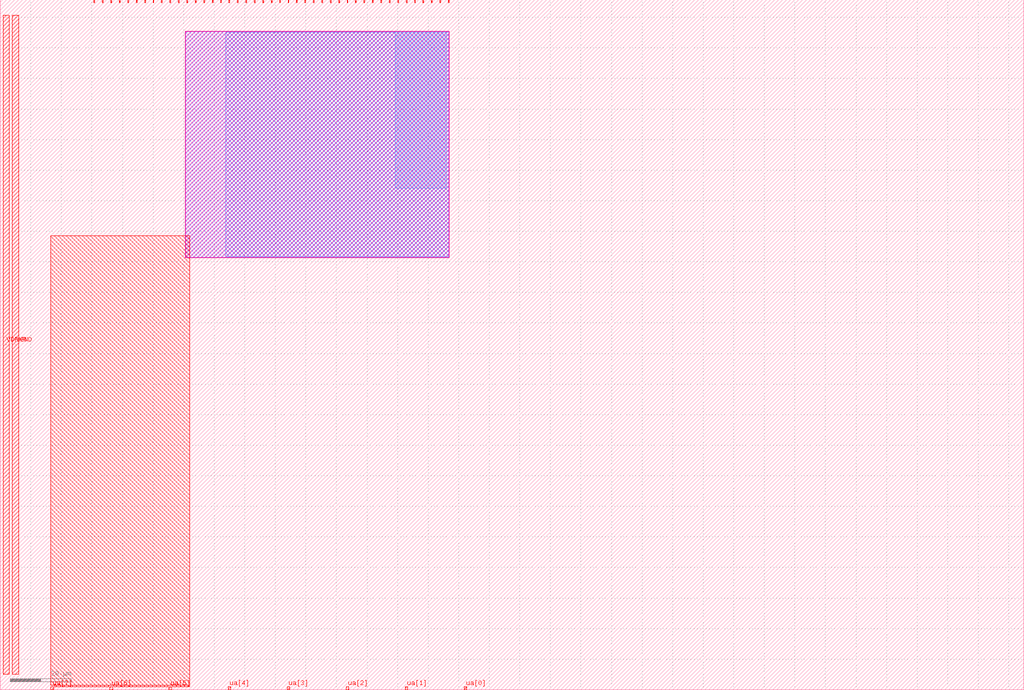
<source format=lef>
VERSION 5.7 ;
  NOWIREEXTENSIONATPIN ON ;
  DIVIDERCHAR "/" ;
  BUSBITCHARS "[]" ;
MACRO tt_um_tinyflash
  CLASS BLOCK ;
  FOREIGN tt_um_tinyflash ;
  ORIGIN 0.000 0.000 ;
  SIZE 334.880 BY 225.760 ;
  PIN clk
    DIRECTION INPUT ;
    USE SIGNAL ;
    PORT
      LAYER met4 ;
        RECT 143.830 224.760 144.130 225.760 ;
    END
  END clk
  PIN ena
    DIRECTION INPUT ;
    USE SIGNAL ;
    PORT
      LAYER met4 ;
        RECT 146.590 224.760 146.890 225.760 ;
    END
  END ena
  PIN rst_n
    DIRECTION INPUT ;
    USE SIGNAL ;
    PORT
      LAYER met4 ;
        RECT 141.070 224.760 141.370 225.760 ;
    END
  END rst_n
  PIN ua[0]
    DIRECTION INOUT ;
    USE SIGNAL ;
    PORT
      LAYER met4 ;
        RECT 151.810 0.000 152.710 1.000 ;
    END
  END ua[0]
  PIN ua[1]
    DIRECTION INOUT ;
    USE SIGNAL ;
    PORT
      LAYER met4 ;
        RECT 132.490 0.000 133.390 1.000 ;
    END
  END ua[1]
  PIN ua[2]
    DIRECTION INOUT ;
    USE SIGNAL ;
    PORT
      LAYER met4 ;
        RECT 113.170 0.000 114.070 1.000 ;
    END
  END ua[2]
  PIN ua[3]
    DIRECTION INOUT ;
    USE SIGNAL ;
    PORT
      LAYER met4 ;
        RECT 93.850 0.000 94.750 1.000 ;
    END
  END ua[3]
  PIN ua[4]
    DIRECTION INOUT ;
    USE SIGNAL ;
    PORT
      LAYER met4 ;
        RECT 74.530 0.000 75.430 1.000 ;
    END
  END ua[4]
  PIN ua[5]
    DIRECTION INOUT ;
    USE SIGNAL ;
    PORT
      LAYER met4 ;
        RECT 55.210 0.000 56.110 1.000 ;
    END
  END ua[5]
  PIN ua[6]
    DIRECTION INOUT ;
    USE SIGNAL ;
    PORT
      LAYER met4 ;
        RECT 35.890 0.000 36.790 1.000 ;
    END
  END ua[6]
  PIN ua[7]
    DIRECTION INOUT ;
    USE SIGNAL ;
    PORT
      LAYER met4 ;
        RECT 16.570 0.000 17.470 1.000 ;
    END
  END ua[7]
  PIN ui_in[0]
    DIRECTION INPUT ;
    USE SIGNAL ;
    PORT
      LAYER met4 ;
        RECT 138.310 224.760 138.610 225.760 ;
    END
  END ui_in[0]
  PIN ui_in[1]
    DIRECTION INPUT ;
    USE SIGNAL ;
    PORT
      LAYER met4 ;
        RECT 135.550 224.760 135.850 225.760 ;
    END
  END ui_in[1]
  PIN ui_in[2]
    DIRECTION INPUT ;
    USE SIGNAL ;
    PORT
      LAYER met4 ;
        RECT 132.790 224.760 133.090 225.760 ;
    END
  END ui_in[2]
  PIN ui_in[3]
    DIRECTION INPUT ;
    USE SIGNAL ;
    PORT
      LAYER met4 ;
        RECT 130.030 224.760 130.330 225.760 ;
    END
  END ui_in[3]
  PIN ui_in[4]
    DIRECTION INPUT ;
    USE SIGNAL ;
    PORT
      LAYER met4 ;
        RECT 127.270 224.760 127.570 225.760 ;
    END
  END ui_in[4]
  PIN ui_in[5]
    DIRECTION INPUT ;
    USE SIGNAL ;
    PORT
      LAYER met4 ;
        RECT 124.510 224.760 124.810 225.760 ;
    END
  END ui_in[5]
  PIN ui_in[6]
    DIRECTION INPUT ;
    USE SIGNAL ;
    PORT
      LAYER met4 ;
        RECT 121.750 224.760 122.050 225.760 ;
    END
  END ui_in[6]
  PIN ui_in[7]
    DIRECTION INPUT ;
    USE SIGNAL ;
    PORT
      LAYER met4 ;
        RECT 118.990 224.760 119.290 225.760 ;
    END
  END ui_in[7]
  PIN uio_in[0]
    DIRECTION INPUT ;
    USE SIGNAL ;
    PORT
      LAYER met4 ;
        RECT 116.230 224.760 116.530 225.760 ;
    END
  END uio_in[0]
  PIN uio_in[1]
    DIRECTION INPUT ;
    USE SIGNAL ;
    PORT
      LAYER met4 ;
        RECT 113.470 224.760 113.770 225.760 ;
    END
  END uio_in[1]
  PIN uio_in[2]
    DIRECTION INPUT ;
    USE SIGNAL ;
    PORT
      LAYER met4 ;
        RECT 110.710 224.760 111.010 225.760 ;
    END
  END uio_in[2]
  PIN uio_in[3]
    DIRECTION INPUT ;
    USE SIGNAL ;
    PORT
      LAYER met4 ;
        RECT 107.950 224.760 108.250 225.760 ;
    END
  END uio_in[3]
  PIN uio_in[4]
    DIRECTION INPUT ;
    USE SIGNAL ;
    PORT
      LAYER met4 ;
        RECT 105.190 224.760 105.490 225.760 ;
    END
  END uio_in[4]
  PIN uio_in[5]
    DIRECTION INPUT ;
    USE SIGNAL ;
    PORT
      LAYER met4 ;
        RECT 102.430 224.760 102.730 225.760 ;
    END
  END uio_in[5]
  PIN uio_in[6]
    DIRECTION INPUT ;
    USE SIGNAL ;
    PORT
      LAYER met4 ;
        RECT 99.670 224.760 99.970 225.760 ;
    END
  END uio_in[6]
  PIN uio_in[7]
    DIRECTION INPUT ;
    USE SIGNAL ;
    PORT
      LAYER met4 ;
        RECT 96.910 224.760 97.210 225.760 ;
    END
  END uio_in[7]
  PIN uio_oe[0]
    DIRECTION OUTPUT ;
    USE SIGNAL ;
    PORT
      LAYER met4 ;
        RECT 49.990 224.760 50.290 225.760 ;
    END
  END uio_oe[0]
  PIN uio_oe[1]
    DIRECTION OUTPUT ;
    USE SIGNAL ;
    PORT
      LAYER met4 ;
        RECT 47.230 224.760 47.530 225.760 ;
    END
  END uio_oe[1]
  PIN uio_oe[2]
    DIRECTION OUTPUT ;
    USE SIGNAL ;
    PORT
      LAYER met4 ;
        RECT 44.470 224.760 44.770 225.760 ;
    END
  END uio_oe[2]
  PIN uio_oe[3]
    DIRECTION OUTPUT ;
    USE SIGNAL ;
    PORT
      LAYER met4 ;
        RECT 41.710 224.760 42.010 225.760 ;
    END
  END uio_oe[3]
  PIN uio_oe[4]
    DIRECTION OUTPUT ;
    USE SIGNAL ;
    PORT
      LAYER met4 ;
        RECT 38.950 224.760 39.250 225.760 ;
    END
  END uio_oe[4]
  PIN uio_oe[5]
    DIRECTION OUTPUT ;
    USE SIGNAL ;
    PORT
      LAYER met4 ;
        RECT 36.190 224.760 36.490 225.760 ;
    END
  END uio_oe[5]
  PIN uio_oe[6]
    DIRECTION OUTPUT ;
    USE SIGNAL ;
    PORT
      LAYER met4 ;
        RECT 33.430 224.760 33.730 225.760 ;
    END
  END uio_oe[6]
  PIN uio_oe[7]
    DIRECTION OUTPUT ;
    USE SIGNAL ;
    PORT
      LAYER met4 ;
        RECT 30.670 224.760 30.970 225.760 ;
    END
  END uio_oe[7]
  PIN uio_out[0]
    DIRECTION OUTPUT ;
    USE SIGNAL ;
    PORT
      LAYER met4 ;
        RECT 72.070 224.760 72.370 225.760 ;
    END
  END uio_out[0]
  PIN uio_out[1]
    DIRECTION OUTPUT ;
    USE SIGNAL ;
    PORT
      LAYER met4 ;
        RECT 69.310 224.760 69.610 225.760 ;
    END
  END uio_out[1]
  PIN uio_out[2]
    DIRECTION OUTPUT ;
    USE SIGNAL ;
    PORT
      LAYER met4 ;
        RECT 66.550 224.760 66.850 225.760 ;
    END
  END uio_out[2]
  PIN uio_out[3]
    DIRECTION OUTPUT ;
    USE SIGNAL ;
    PORT
      LAYER met4 ;
        RECT 63.790 224.760 64.090 225.760 ;
    END
  END uio_out[3]
  PIN uio_out[4]
    DIRECTION OUTPUT ;
    USE SIGNAL ;
    PORT
      LAYER met4 ;
        RECT 61.030 224.760 61.330 225.760 ;
    END
  END uio_out[4]
  PIN uio_out[5]
    DIRECTION OUTPUT ;
    USE SIGNAL ;
    PORT
      LAYER met4 ;
        RECT 58.270 224.760 58.570 225.760 ;
    END
  END uio_out[5]
  PIN uio_out[6]
    DIRECTION OUTPUT ;
    USE SIGNAL ;
    PORT
      LAYER met4 ;
        RECT 55.510 224.760 55.810 225.760 ;
    END
  END uio_out[6]
  PIN uio_out[7]
    DIRECTION OUTPUT ;
    USE SIGNAL ;
    PORT
      LAYER met4 ;
        RECT 52.750 224.760 53.050 225.760 ;
    END
  END uio_out[7]
  PIN uo_out[0]
    DIRECTION OUTPUT ;
    USE SIGNAL ;
    PORT
      LAYER met4 ;
        RECT 94.150 224.760 94.450 225.760 ;
    END
  END uo_out[0]
  PIN uo_out[1]
    DIRECTION OUTPUT ;
    USE SIGNAL ;
    PORT
      LAYER met4 ;
        RECT 91.390 224.760 91.690 225.760 ;
    END
  END uo_out[1]
  PIN uo_out[2]
    DIRECTION OUTPUT ;
    USE SIGNAL ;
    PORT
      LAYER met4 ;
        RECT 88.630 224.760 88.930 225.760 ;
    END
  END uo_out[2]
  PIN uo_out[3]
    DIRECTION OUTPUT ;
    USE SIGNAL ;
    PORT
      LAYER met4 ;
        RECT 85.870 224.760 86.170 225.760 ;
    END
  END uo_out[3]
  PIN uo_out[4]
    DIRECTION OUTPUT ;
    USE SIGNAL ;
    PORT
      LAYER met4 ;
        RECT 83.110 224.760 83.410 225.760 ;
    END
  END uo_out[4]
  PIN uo_out[5]
    DIRECTION OUTPUT ;
    USE SIGNAL ;
    PORT
      LAYER met4 ;
        RECT 80.350 224.760 80.650 225.760 ;
    END
  END uo_out[5]
  PIN uo_out[6]
    DIRECTION OUTPUT ;
    USE SIGNAL ;
    PORT
      LAYER met4 ;
        RECT 77.590 224.760 77.890 225.760 ;
    END
  END uo_out[6]
  PIN uo_out[7]
    DIRECTION OUTPUT ;
    USE SIGNAL ;
    PORT
      LAYER met4 ;
        RECT 74.830 224.760 75.130 225.760 ;
    END
  END uo_out[7]
  PIN VDPWR
    DIRECTION INOUT ;
    USE POWER ;
    PORT
      LAYER met4 ;
        RECT 1.000 5.000 3.000 220.760 ;
    END
  END VDPWR
  PIN VGND
    DIRECTION INOUT ;
    USE GROUND ;
    PORT
      LAYER met4 ;
        RECT 4.000 5.000 6.000 220.760 ;
    END
  END VGND
  OBS
      LAYER nwell ;
        RECT 60.560 141.290 146.850 215.420 ;
      LAYER li1 ;
        RECT 60.740 141.470 146.670 215.240 ;
      LAYER met1 ;
        RECT 60.560 141.290 146.850 215.420 ;
      LAYER met2 ;
        RECT 73.730 141.720 146.850 215.050 ;
      LAYER met3 ;
        RECT 129.190 164.020 145.920 215.050 ;
      LAYER met4 ;
        RECT 16.570 1.400 62.070 148.590 ;
        RECT 17.870 1.000 35.490 1.400 ;
        RECT 37.190 1.000 54.810 1.400 ;
        RECT 56.510 1.000 62.070 1.400 ;
  END
END tt_um_tinyflash
END LIBRARY


</source>
